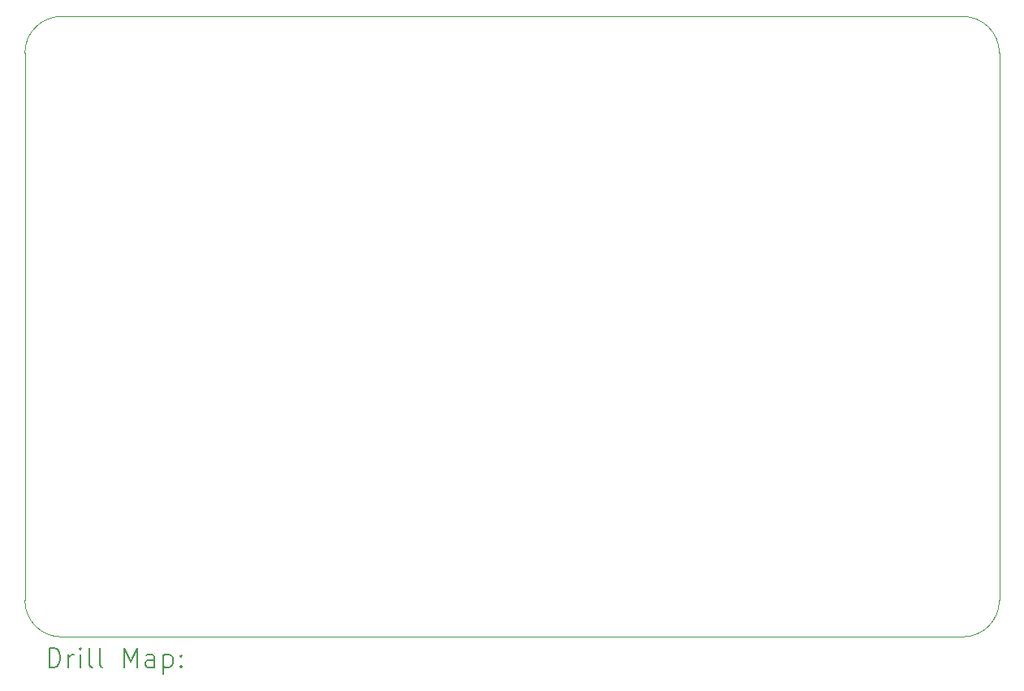
<source format=gbr>
%TF.GenerationSoftware,KiCad,Pcbnew,7.0.10*%
%TF.CreationDate,2024-01-23T12:18:40+06:30*%
%TF.ProjectId,Project,50726f6a-6563-4742-9e6b-696361645f70,1.0*%
%TF.SameCoordinates,PX5d42830PY8062360*%
%TF.FileFunction,Drillmap*%
%TF.FilePolarity,Positive*%
%FSLAX45Y45*%
G04 Gerber Fmt 4.5, Leading zero omitted, Abs format (unit mm)*
G04 Created by KiCad (PCBNEW 7.0.10) date 2024-01-23 12:18:40*
%MOMM*%
%LPD*%
G01*
G04 APERTURE LIST*
%ADD10C,0.100000*%
%ADD11C,0.200000*%
G04 APERTURE END LIST*
D10*
X381000Y6477000D02*
X9779000Y6477000D01*
X0Y381000D02*
X0Y6096000D01*
X10160000Y6096000D02*
G75*
G03*
X9779000Y6477000I-381000J0D01*
G01*
X9779000Y0D02*
X381000Y0D01*
X9779000Y0D02*
G75*
G03*
X10160000Y381000I0J381000D01*
G01*
X381000Y6477000D02*
G75*
G03*
X0Y6096000I0J-381000D01*
G01*
X10160000Y6096000D02*
X10160000Y381000D01*
X0Y381000D02*
G75*
G03*
X381000Y0I381000J0D01*
G01*
D11*
X255777Y-316484D02*
X255777Y-116484D01*
X255777Y-116484D02*
X303396Y-116484D01*
X303396Y-116484D02*
X331967Y-126008D01*
X331967Y-126008D02*
X351015Y-145055D01*
X351015Y-145055D02*
X360539Y-164103D01*
X360539Y-164103D02*
X370062Y-202198D01*
X370062Y-202198D02*
X370062Y-230769D01*
X370062Y-230769D02*
X360539Y-268865D01*
X360539Y-268865D02*
X351015Y-287912D01*
X351015Y-287912D02*
X331967Y-306960D01*
X331967Y-306960D02*
X303396Y-316484D01*
X303396Y-316484D02*
X255777Y-316484D01*
X455777Y-316484D02*
X455777Y-183150D01*
X455777Y-221246D02*
X465301Y-202198D01*
X465301Y-202198D02*
X474824Y-192674D01*
X474824Y-192674D02*
X493872Y-183150D01*
X493872Y-183150D02*
X512920Y-183150D01*
X579586Y-316484D02*
X579586Y-183150D01*
X579586Y-116484D02*
X570063Y-126008D01*
X570063Y-126008D02*
X579586Y-135531D01*
X579586Y-135531D02*
X589110Y-126008D01*
X589110Y-126008D02*
X579586Y-116484D01*
X579586Y-116484D02*
X579586Y-135531D01*
X703396Y-316484D02*
X684348Y-306960D01*
X684348Y-306960D02*
X674824Y-287912D01*
X674824Y-287912D02*
X674824Y-116484D01*
X808158Y-316484D02*
X789110Y-306960D01*
X789110Y-306960D02*
X779586Y-287912D01*
X779586Y-287912D02*
X779586Y-116484D01*
X1036729Y-316484D02*
X1036729Y-116484D01*
X1036729Y-116484D02*
X1103396Y-259341D01*
X1103396Y-259341D02*
X1170063Y-116484D01*
X1170063Y-116484D02*
X1170063Y-316484D01*
X1351015Y-316484D02*
X1351015Y-211722D01*
X1351015Y-211722D02*
X1341491Y-192674D01*
X1341491Y-192674D02*
X1322444Y-183150D01*
X1322444Y-183150D02*
X1284348Y-183150D01*
X1284348Y-183150D02*
X1265301Y-192674D01*
X1351015Y-306960D02*
X1331967Y-316484D01*
X1331967Y-316484D02*
X1284348Y-316484D01*
X1284348Y-316484D02*
X1265301Y-306960D01*
X1265301Y-306960D02*
X1255777Y-287912D01*
X1255777Y-287912D02*
X1255777Y-268865D01*
X1255777Y-268865D02*
X1265301Y-249817D01*
X1265301Y-249817D02*
X1284348Y-240293D01*
X1284348Y-240293D02*
X1331967Y-240293D01*
X1331967Y-240293D02*
X1351015Y-230769D01*
X1446253Y-183150D02*
X1446253Y-383150D01*
X1446253Y-192674D02*
X1465301Y-183150D01*
X1465301Y-183150D02*
X1503396Y-183150D01*
X1503396Y-183150D02*
X1522443Y-192674D01*
X1522443Y-192674D02*
X1531967Y-202198D01*
X1531967Y-202198D02*
X1541491Y-221246D01*
X1541491Y-221246D02*
X1541491Y-278389D01*
X1541491Y-278389D02*
X1531967Y-297436D01*
X1531967Y-297436D02*
X1522443Y-306960D01*
X1522443Y-306960D02*
X1503396Y-316484D01*
X1503396Y-316484D02*
X1465301Y-316484D01*
X1465301Y-316484D02*
X1446253Y-306960D01*
X1627205Y-297436D02*
X1636729Y-306960D01*
X1636729Y-306960D02*
X1627205Y-316484D01*
X1627205Y-316484D02*
X1617682Y-306960D01*
X1617682Y-306960D02*
X1627205Y-297436D01*
X1627205Y-297436D02*
X1627205Y-316484D01*
X1627205Y-192674D02*
X1636729Y-202198D01*
X1636729Y-202198D02*
X1627205Y-211722D01*
X1627205Y-211722D02*
X1617682Y-202198D01*
X1617682Y-202198D02*
X1627205Y-192674D01*
X1627205Y-192674D02*
X1627205Y-211722D01*
M02*

</source>
